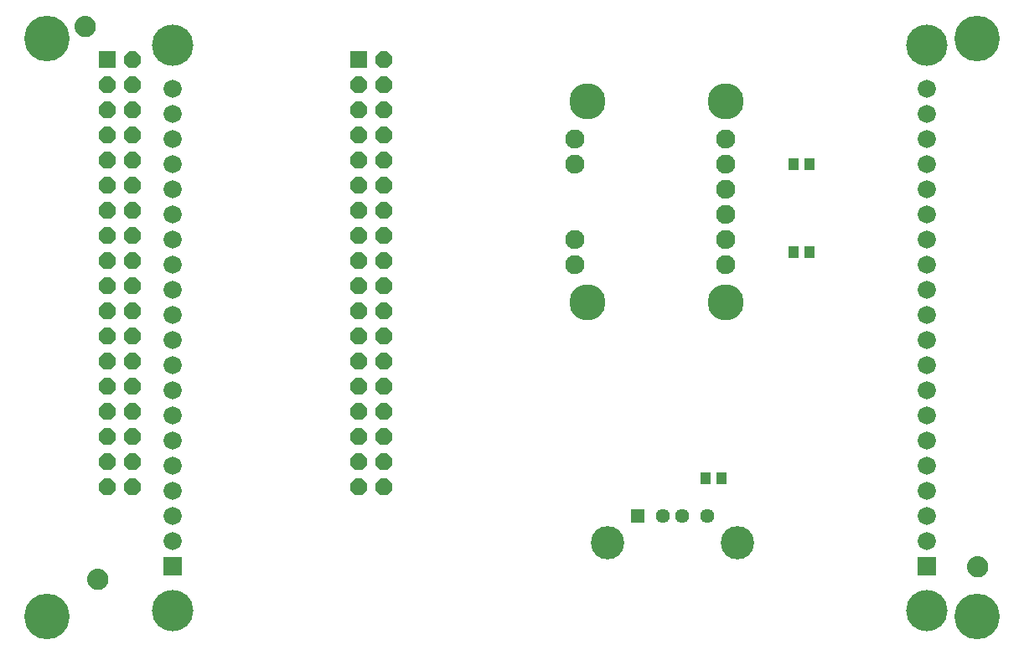
<source format=gbr>
G04 EAGLE Gerber RS-274X export*
G75*
%MOMM*%
%FSLAX34Y34*%
%LPD*%
%INSoldermask Top*%
%IPPOS*%
%AMOC8*
5,1,8,0,0,1.08239X$1,22.5*%
G01*
%ADD10R,1.676400X1.676400*%
%ADD11P,1.814519X8X292.500000*%
%ADD12R,1.828800X1.828800*%
%ADD13C,1.828800*%
%ADD14C,4.168400*%
%ADD15C,1.930400*%
%ADD16C,3.652400*%
%ADD17R,1.102359X1.183641*%
%ADD18R,1.440400X1.440400*%
%ADD19C,1.440400*%
%ADD20C,3.372400*%
%ADD21C,4.597400*%
%ADD22C,0.609600*%
%ADD23C,1.168400*%


D10*
X98800Y588600D03*
D11*
X124200Y588600D03*
X98800Y563200D03*
X124200Y563200D03*
X98800Y537800D03*
X124200Y537800D03*
X98800Y512400D03*
X124200Y512400D03*
X98800Y487000D03*
X124200Y487000D03*
X98800Y461600D03*
X124200Y461600D03*
X98800Y436200D03*
X124200Y436200D03*
X98800Y410800D03*
X124200Y410800D03*
X98800Y385400D03*
X124200Y385400D03*
X98800Y360000D03*
X124200Y360000D03*
X98800Y334600D03*
X124200Y334600D03*
X98800Y309200D03*
X124200Y309200D03*
X98800Y283800D03*
X124200Y283800D03*
X98800Y258400D03*
X124200Y258400D03*
X98800Y233000D03*
X124200Y233000D03*
X98800Y207600D03*
X124200Y207600D03*
X98800Y182200D03*
X124200Y182200D03*
X98800Y156800D03*
X124200Y156800D03*
D10*
X352800Y588600D03*
D11*
X378200Y588600D03*
X352800Y563200D03*
X378200Y563200D03*
X352800Y537800D03*
X378200Y537800D03*
X352800Y512400D03*
X378200Y512400D03*
X352800Y487000D03*
X378200Y487000D03*
X352800Y461600D03*
X378200Y461600D03*
X352800Y436200D03*
X378200Y436200D03*
X352800Y410800D03*
X378200Y410800D03*
X352800Y385400D03*
X378200Y385400D03*
X352800Y360000D03*
X378200Y360000D03*
X352800Y334600D03*
X378200Y334600D03*
X352800Y309200D03*
X378200Y309200D03*
X352800Y283800D03*
X378200Y283800D03*
X352800Y258400D03*
X378200Y258400D03*
X352800Y233000D03*
X378200Y233000D03*
X352800Y207600D03*
X378200Y207600D03*
X352800Y182200D03*
X378200Y182200D03*
X352800Y156800D03*
X378200Y156800D03*
D12*
X927100Y76200D03*
D13*
X927100Y533400D03*
X927100Y508000D03*
X927100Y482600D03*
X927100Y457200D03*
X927100Y431800D03*
X927100Y406400D03*
X927100Y381000D03*
X927100Y355600D03*
X927100Y330200D03*
X927100Y304800D03*
X927100Y279400D03*
X927100Y254000D03*
X927100Y228600D03*
X927100Y203200D03*
X927100Y177800D03*
X927100Y152400D03*
X927100Y127000D03*
X927100Y101600D03*
X927100Y558800D03*
D12*
X165100Y76200D03*
D13*
X165100Y127000D03*
X165100Y152400D03*
X165100Y177800D03*
X165100Y203200D03*
X165100Y228600D03*
X165100Y254000D03*
X165100Y279400D03*
X165100Y304800D03*
X165100Y330200D03*
X165100Y355600D03*
X165100Y381000D03*
X165100Y406400D03*
X165100Y431800D03*
X165100Y457200D03*
X165100Y482600D03*
X165100Y508000D03*
X165100Y533400D03*
X165100Y101600D03*
X165100Y558800D03*
D14*
X165100Y31750D03*
X165100Y603250D03*
X927100Y31750D03*
X927100Y603250D03*
D15*
X723900Y381000D03*
X723900Y406400D03*
X723900Y431800D03*
X723900Y457200D03*
X723900Y482600D03*
X723900Y508000D03*
X571500Y508000D03*
X571500Y482600D03*
X571500Y381000D03*
X571500Y406400D03*
D16*
X584200Y342900D03*
X584200Y546100D03*
X723900Y342900D03*
X723900Y546100D03*
D17*
X792099Y393700D03*
X808101Y393700D03*
X792099Y482600D03*
X808101Y482600D03*
D18*
X635000Y127000D03*
D19*
X660000Y127000D03*
X680000Y127000D03*
X705000Y127000D03*
D20*
X604300Y99900D03*
X735700Y99900D03*
D21*
X38100Y25400D03*
X38100Y609600D03*
X977900Y609600D03*
X977900Y25400D03*
D22*
X970280Y76200D02*
X970282Y76387D01*
X970289Y76574D01*
X970301Y76761D01*
X970317Y76947D01*
X970337Y77133D01*
X970362Y77318D01*
X970392Y77503D01*
X970426Y77687D01*
X970465Y77870D01*
X970508Y78052D01*
X970556Y78232D01*
X970608Y78412D01*
X970665Y78590D01*
X970725Y78767D01*
X970791Y78942D01*
X970860Y79116D01*
X970934Y79288D01*
X971012Y79458D01*
X971094Y79626D01*
X971180Y79792D01*
X971270Y79956D01*
X971364Y80117D01*
X971462Y80277D01*
X971564Y80433D01*
X971670Y80588D01*
X971780Y80739D01*
X971893Y80888D01*
X972010Y81034D01*
X972130Y81177D01*
X972254Y81317D01*
X972381Y81454D01*
X972512Y81588D01*
X972646Y81719D01*
X972783Y81846D01*
X972923Y81970D01*
X973066Y82090D01*
X973212Y82207D01*
X973361Y82320D01*
X973512Y82430D01*
X973667Y82536D01*
X973823Y82638D01*
X973983Y82736D01*
X974144Y82830D01*
X974308Y82920D01*
X974474Y83006D01*
X974642Y83088D01*
X974812Y83166D01*
X974984Y83240D01*
X975158Y83309D01*
X975333Y83375D01*
X975510Y83435D01*
X975688Y83492D01*
X975868Y83544D01*
X976048Y83592D01*
X976230Y83635D01*
X976413Y83674D01*
X976597Y83708D01*
X976782Y83738D01*
X976967Y83763D01*
X977153Y83783D01*
X977339Y83799D01*
X977526Y83811D01*
X977713Y83818D01*
X977900Y83820D01*
X978087Y83818D01*
X978274Y83811D01*
X978461Y83799D01*
X978647Y83783D01*
X978833Y83763D01*
X979018Y83738D01*
X979203Y83708D01*
X979387Y83674D01*
X979570Y83635D01*
X979752Y83592D01*
X979932Y83544D01*
X980112Y83492D01*
X980290Y83435D01*
X980467Y83375D01*
X980642Y83309D01*
X980816Y83240D01*
X980988Y83166D01*
X981158Y83088D01*
X981326Y83006D01*
X981492Y82920D01*
X981656Y82830D01*
X981817Y82736D01*
X981977Y82638D01*
X982133Y82536D01*
X982288Y82430D01*
X982439Y82320D01*
X982588Y82207D01*
X982734Y82090D01*
X982877Y81970D01*
X983017Y81846D01*
X983154Y81719D01*
X983288Y81588D01*
X983419Y81454D01*
X983546Y81317D01*
X983670Y81177D01*
X983790Y81034D01*
X983907Y80888D01*
X984020Y80739D01*
X984130Y80588D01*
X984236Y80433D01*
X984338Y80277D01*
X984436Y80117D01*
X984530Y79956D01*
X984620Y79792D01*
X984706Y79626D01*
X984788Y79458D01*
X984866Y79288D01*
X984940Y79116D01*
X985009Y78942D01*
X985075Y78767D01*
X985135Y78590D01*
X985192Y78412D01*
X985244Y78232D01*
X985292Y78052D01*
X985335Y77870D01*
X985374Y77687D01*
X985408Y77503D01*
X985438Y77318D01*
X985463Y77133D01*
X985483Y76947D01*
X985499Y76761D01*
X985511Y76574D01*
X985518Y76387D01*
X985520Y76200D01*
X985518Y76013D01*
X985511Y75826D01*
X985499Y75639D01*
X985483Y75453D01*
X985463Y75267D01*
X985438Y75082D01*
X985408Y74897D01*
X985374Y74713D01*
X985335Y74530D01*
X985292Y74348D01*
X985244Y74168D01*
X985192Y73988D01*
X985135Y73810D01*
X985075Y73633D01*
X985009Y73458D01*
X984940Y73284D01*
X984866Y73112D01*
X984788Y72942D01*
X984706Y72774D01*
X984620Y72608D01*
X984530Y72444D01*
X984436Y72283D01*
X984338Y72123D01*
X984236Y71967D01*
X984130Y71812D01*
X984020Y71661D01*
X983907Y71512D01*
X983790Y71366D01*
X983670Y71223D01*
X983546Y71083D01*
X983419Y70946D01*
X983288Y70812D01*
X983154Y70681D01*
X983017Y70554D01*
X982877Y70430D01*
X982734Y70310D01*
X982588Y70193D01*
X982439Y70080D01*
X982288Y69970D01*
X982133Y69864D01*
X981977Y69762D01*
X981817Y69664D01*
X981656Y69570D01*
X981492Y69480D01*
X981326Y69394D01*
X981158Y69312D01*
X980988Y69234D01*
X980816Y69160D01*
X980642Y69091D01*
X980467Y69025D01*
X980290Y68965D01*
X980112Y68908D01*
X979932Y68856D01*
X979752Y68808D01*
X979570Y68765D01*
X979387Y68726D01*
X979203Y68692D01*
X979018Y68662D01*
X978833Y68637D01*
X978647Y68617D01*
X978461Y68601D01*
X978274Y68589D01*
X978087Y68582D01*
X977900Y68580D01*
X977713Y68582D01*
X977526Y68589D01*
X977339Y68601D01*
X977153Y68617D01*
X976967Y68637D01*
X976782Y68662D01*
X976597Y68692D01*
X976413Y68726D01*
X976230Y68765D01*
X976048Y68808D01*
X975868Y68856D01*
X975688Y68908D01*
X975510Y68965D01*
X975333Y69025D01*
X975158Y69091D01*
X974984Y69160D01*
X974812Y69234D01*
X974642Y69312D01*
X974474Y69394D01*
X974308Y69480D01*
X974144Y69570D01*
X973983Y69664D01*
X973823Y69762D01*
X973667Y69864D01*
X973512Y69970D01*
X973361Y70080D01*
X973212Y70193D01*
X973066Y70310D01*
X972923Y70430D01*
X972783Y70554D01*
X972646Y70681D01*
X972512Y70812D01*
X972381Y70946D01*
X972254Y71083D01*
X972130Y71223D01*
X972010Y71366D01*
X971893Y71512D01*
X971780Y71661D01*
X971670Y71812D01*
X971564Y71967D01*
X971462Y72123D01*
X971364Y72283D01*
X971270Y72444D01*
X971180Y72608D01*
X971094Y72774D01*
X971012Y72942D01*
X970934Y73112D01*
X970860Y73284D01*
X970791Y73458D01*
X970725Y73633D01*
X970665Y73810D01*
X970608Y73988D01*
X970556Y74168D01*
X970508Y74348D01*
X970465Y74530D01*
X970426Y74713D01*
X970392Y74897D01*
X970362Y75082D01*
X970337Y75267D01*
X970317Y75453D01*
X970301Y75639D01*
X970289Y75826D01*
X970282Y76013D01*
X970280Y76200D01*
D23*
X977900Y76200D03*
D22*
X68580Y622300D02*
X68582Y622487D01*
X68589Y622674D01*
X68601Y622861D01*
X68617Y623047D01*
X68637Y623233D01*
X68662Y623418D01*
X68692Y623603D01*
X68726Y623787D01*
X68765Y623970D01*
X68808Y624152D01*
X68856Y624332D01*
X68908Y624512D01*
X68965Y624690D01*
X69025Y624867D01*
X69091Y625042D01*
X69160Y625216D01*
X69234Y625388D01*
X69312Y625558D01*
X69394Y625726D01*
X69480Y625892D01*
X69570Y626056D01*
X69664Y626217D01*
X69762Y626377D01*
X69864Y626533D01*
X69970Y626688D01*
X70080Y626839D01*
X70193Y626988D01*
X70310Y627134D01*
X70430Y627277D01*
X70554Y627417D01*
X70681Y627554D01*
X70812Y627688D01*
X70946Y627819D01*
X71083Y627946D01*
X71223Y628070D01*
X71366Y628190D01*
X71512Y628307D01*
X71661Y628420D01*
X71812Y628530D01*
X71967Y628636D01*
X72123Y628738D01*
X72283Y628836D01*
X72444Y628930D01*
X72608Y629020D01*
X72774Y629106D01*
X72942Y629188D01*
X73112Y629266D01*
X73284Y629340D01*
X73458Y629409D01*
X73633Y629475D01*
X73810Y629535D01*
X73988Y629592D01*
X74168Y629644D01*
X74348Y629692D01*
X74530Y629735D01*
X74713Y629774D01*
X74897Y629808D01*
X75082Y629838D01*
X75267Y629863D01*
X75453Y629883D01*
X75639Y629899D01*
X75826Y629911D01*
X76013Y629918D01*
X76200Y629920D01*
X76387Y629918D01*
X76574Y629911D01*
X76761Y629899D01*
X76947Y629883D01*
X77133Y629863D01*
X77318Y629838D01*
X77503Y629808D01*
X77687Y629774D01*
X77870Y629735D01*
X78052Y629692D01*
X78232Y629644D01*
X78412Y629592D01*
X78590Y629535D01*
X78767Y629475D01*
X78942Y629409D01*
X79116Y629340D01*
X79288Y629266D01*
X79458Y629188D01*
X79626Y629106D01*
X79792Y629020D01*
X79956Y628930D01*
X80117Y628836D01*
X80277Y628738D01*
X80433Y628636D01*
X80588Y628530D01*
X80739Y628420D01*
X80888Y628307D01*
X81034Y628190D01*
X81177Y628070D01*
X81317Y627946D01*
X81454Y627819D01*
X81588Y627688D01*
X81719Y627554D01*
X81846Y627417D01*
X81970Y627277D01*
X82090Y627134D01*
X82207Y626988D01*
X82320Y626839D01*
X82430Y626688D01*
X82536Y626533D01*
X82638Y626377D01*
X82736Y626217D01*
X82830Y626056D01*
X82920Y625892D01*
X83006Y625726D01*
X83088Y625558D01*
X83166Y625388D01*
X83240Y625216D01*
X83309Y625042D01*
X83375Y624867D01*
X83435Y624690D01*
X83492Y624512D01*
X83544Y624332D01*
X83592Y624152D01*
X83635Y623970D01*
X83674Y623787D01*
X83708Y623603D01*
X83738Y623418D01*
X83763Y623233D01*
X83783Y623047D01*
X83799Y622861D01*
X83811Y622674D01*
X83818Y622487D01*
X83820Y622300D01*
X83818Y622113D01*
X83811Y621926D01*
X83799Y621739D01*
X83783Y621553D01*
X83763Y621367D01*
X83738Y621182D01*
X83708Y620997D01*
X83674Y620813D01*
X83635Y620630D01*
X83592Y620448D01*
X83544Y620268D01*
X83492Y620088D01*
X83435Y619910D01*
X83375Y619733D01*
X83309Y619558D01*
X83240Y619384D01*
X83166Y619212D01*
X83088Y619042D01*
X83006Y618874D01*
X82920Y618708D01*
X82830Y618544D01*
X82736Y618383D01*
X82638Y618223D01*
X82536Y618067D01*
X82430Y617912D01*
X82320Y617761D01*
X82207Y617612D01*
X82090Y617466D01*
X81970Y617323D01*
X81846Y617183D01*
X81719Y617046D01*
X81588Y616912D01*
X81454Y616781D01*
X81317Y616654D01*
X81177Y616530D01*
X81034Y616410D01*
X80888Y616293D01*
X80739Y616180D01*
X80588Y616070D01*
X80433Y615964D01*
X80277Y615862D01*
X80117Y615764D01*
X79956Y615670D01*
X79792Y615580D01*
X79626Y615494D01*
X79458Y615412D01*
X79288Y615334D01*
X79116Y615260D01*
X78942Y615191D01*
X78767Y615125D01*
X78590Y615065D01*
X78412Y615008D01*
X78232Y614956D01*
X78052Y614908D01*
X77870Y614865D01*
X77687Y614826D01*
X77503Y614792D01*
X77318Y614762D01*
X77133Y614737D01*
X76947Y614717D01*
X76761Y614701D01*
X76574Y614689D01*
X76387Y614682D01*
X76200Y614680D01*
X76013Y614682D01*
X75826Y614689D01*
X75639Y614701D01*
X75453Y614717D01*
X75267Y614737D01*
X75082Y614762D01*
X74897Y614792D01*
X74713Y614826D01*
X74530Y614865D01*
X74348Y614908D01*
X74168Y614956D01*
X73988Y615008D01*
X73810Y615065D01*
X73633Y615125D01*
X73458Y615191D01*
X73284Y615260D01*
X73112Y615334D01*
X72942Y615412D01*
X72774Y615494D01*
X72608Y615580D01*
X72444Y615670D01*
X72283Y615764D01*
X72123Y615862D01*
X71967Y615964D01*
X71812Y616070D01*
X71661Y616180D01*
X71512Y616293D01*
X71366Y616410D01*
X71223Y616530D01*
X71083Y616654D01*
X70946Y616781D01*
X70812Y616912D01*
X70681Y617046D01*
X70554Y617183D01*
X70430Y617323D01*
X70310Y617466D01*
X70193Y617612D01*
X70080Y617761D01*
X69970Y617912D01*
X69864Y618067D01*
X69762Y618223D01*
X69664Y618383D01*
X69570Y618544D01*
X69480Y618708D01*
X69394Y618874D01*
X69312Y619042D01*
X69234Y619212D01*
X69160Y619384D01*
X69091Y619558D01*
X69025Y619733D01*
X68965Y619910D01*
X68908Y620088D01*
X68856Y620268D01*
X68808Y620448D01*
X68765Y620630D01*
X68726Y620813D01*
X68692Y620997D01*
X68662Y621182D01*
X68637Y621367D01*
X68617Y621553D01*
X68601Y621739D01*
X68589Y621926D01*
X68582Y622113D01*
X68580Y622300D01*
D23*
X76200Y622300D03*
D22*
X81280Y63500D02*
X81282Y63687D01*
X81289Y63874D01*
X81301Y64061D01*
X81317Y64247D01*
X81337Y64433D01*
X81362Y64618D01*
X81392Y64803D01*
X81426Y64987D01*
X81465Y65170D01*
X81508Y65352D01*
X81556Y65532D01*
X81608Y65712D01*
X81665Y65890D01*
X81725Y66067D01*
X81791Y66242D01*
X81860Y66416D01*
X81934Y66588D01*
X82012Y66758D01*
X82094Y66926D01*
X82180Y67092D01*
X82270Y67256D01*
X82364Y67417D01*
X82462Y67577D01*
X82564Y67733D01*
X82670Y67888D01*
X82780Y68039D01*
X82893Y68188D01*
X83010Y68334D01*
X83130Y68477D01*
X83254Y68617D01*
X83381Y68754D01*
X83512Y68888D01*
X83646Y69019D01*
X83783Y69146D01*
X83923Y69270D01*
X84066Y69390D01*
X84212Y69507D01*
X84361Y69620D01*
X84512Y69730D01*
X84667Y69836D01*
X84823Y69938D01*
X84983Y70036D01*
X85144Y70130D01*
X85308Y70220D01*
X85474Y70306D01*
X85642Y70388D01*
X85812Y70466D01*
X85984Y70540D01*
X86158Y70609D01*
X86333Y70675D01*
X86510Y70735D01*
X86688Y70792D01*
X86868Y70844D01*
X87048Y70892D01*
X87230Y70935D01*
X87413Y70974D01*
X87597Y71008D01*
X87782Y71038D01*
X87967Y71063D01*
X88153Y71083D01*
X88339Y71099D01*
X88526Y71111D01*
X88713Y71118D01*
X88900Y71120D01*
X89087Y71118D01*
X89274Y71111D01*
X89461Y71099D01*
X89647Y71083D01*
X89833Y71063D01*
X90018Y71038D01*
X90203Y71008D01*
X90387Y70974D01*
X90570Y70935D01*
X90752Y70892D01*
X90932Y70844D01*
X91112Y70792D01*
X91290Y70735D01*
X91467Y70675D01*
X91642Y70609D01*
X91816Y70540D01*
X91988Y70466D01*
X92158Y70388D01*
X92326Y70306D01*
X92492Y70220D01*
X92656Y70130D01*
X92817Y70036D01*
X92977Y69938D01*
X93133Y69836D01*
X93288Y69730D01*
X93439Y69620D01*
X93588Y69507D01*
X93734Y69390D01*
X93877Y69270D01*
X94017Y69146D01*
X94154Y69019D01*
X94288Y68888D01*
X94419Y68754D01*
X94546Y68617D01*
X94670Y68477D01*
X94790Y68334D01*
X94907Y68188D01*
X95020Y68039D01*
X95130Y67888D01*
X95236Y67733D01*
X95338Y67577D01*
X95436Y67417D01*
X95530Y67256D01*
X95620Y67092D01*
X95706Y66926D01*
X95788Y66758D01*
X95866Y66588D01*
X95940Y66416D01*
X96009Y66242D01*
X96075Y66067D01*
X96135Y65890D01*
X96192Y65712D01*
X96244Y65532D01*
X96292Y65352D01*
X96335Y65170D01*
X96374Y64987D01*
X96408Y64803D01*
X96438Y64618D01*
X96463Y64433D01*
X96483Y64247D01*
X96499Y64061D01*
X96511Y63874D01*
X96518Y63687D01*
X96520Y63500D01*
X96518Y63313D01*
X96511Y63126D01*
X96499Y62939D01*
X96483Y62753D01*
X96463Y62567D01*
X96438Y62382D01*
X96408Y62197D01*
X96374Y62013D01*
X96335Y61830D01*
X96292Y61648D01*
X96244Y61468D01*
X96192Y61288D01*
X96135Y61110D01*
X96075Y60933D01*
X96009Y60758D01*
X95940Y60584D01*
X95866Y60412D01*
X95788Y60242D01*
X95706Y60074D01*
X95620Y59908D01*
X95530Y59744D01*
X95436Y59583D01*
X95338Y59423D01*
X95236Y59267D01*
X95130Y59112D01*
X95020Y58961D01*
X94907Y58812D01*
X94790Y58666D01*
X94670Y58523D01*
X94546Y58383D01*
X94419Y58246D01*
X94288Y58112D01*
X94154Y57981D01*
X94017Y57854D01*
X93877Y57730D01*
X93734Y57610D01*
X93588Y57493D01*
X93439Y57380D01*
X93288Y57270D01*
X93133Y57164D01*
X92977Y57062D01*
X92817Y56964D01*
X92656Y56870D01*
X92492Y56780D01*
X92326Y56694D01*
X92158Y56612D01*
X91988Y56534D01*
X91816Y56460D01*
X91642Y56391D01*
X91467Y56325D01*
X91290Y56265D01*
X91112Y56208D01*
X90932Y56156D01*
X90752Y56108D01*
X90570Y56065D01*
X90387Y56026D01*
X90203Y55992D01*
X90018Y55962D01*
X89833Y55937D01*
X89647Y55917D01*
X89461Y55901D01*
X89274Y55889D01*
X89087Y55882D01*
X88900Y55880D01*
X88713Y55882D01*
X88526Y55889D01*
X88339Y55901D01*
X88153Y55917D01*
X87967Y55937D01*
X87782Y55962D01*
X87597Y55992D01*
X87413Y56026D01*
X87230Y56065D01*
X87048Y56108D01*
X86868Y56156D01*
X86688Y56208D01*
X86510Y56265D01*
X86333Y56325D01*
X86158Y56391D01*
X85984Y56460D01*
X85812Y56534D01*
X85642Y56612D01*
X85474Y56694D01*
X85308Y56780D01*
X85144Y56870D01*
X84983Y56964D01*
X84823Y57062D01*
X84667Y57164D01*
X84512Y57270D01*
X84361Y57380D01*
X84212Y57493D01*
X84066Y57610D01*
X83923Y57730D01*
X83783Y57854D01*
X83646Y57981D01*
X83512Y58112D01*
X83381Y58246D01*
X83254Y58383D01*
X83130Y58523D01*
X83010Y58666D01*
X82893Y58812D01*
X82780Y58961D01*
X82670Y59112D01*
X82564Y59267D01*
X82462Y59423D01*
X82364Y59583D01*
X82270Y59744D01*
X82180Y59908D01*
X82094Y60074D01*
X82012Y60242D01*
X81934Y60412D01*
X81860Y60584D01*
X81791Y60758D01*
X81725Y60933D01*
X81665Y61110D01*
X81608Y61288D01*
X81556Y61468D01*
X81508Y61648D01*
X81465Y61830D01*
X81426Y62013D01*
X81392Y62197D01*
X81362Y62382D01*
X81337Y62567D01*
X81317Y62753D01*
X81301Y62939D01*
X81289Y63126D01*
X81282Y63313D01*
X81280Y63500D01*
D23*
X88900Y63500D03*
D17*
X703199Y165100D03*
X719201Y165100D03*
M02*

</source>
